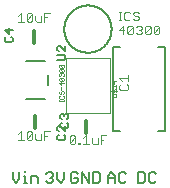
<source format=gto>
G75*
%MOIN*%
%OFA0B0*%
%FSLAX25Y25*%
%IPPOS*%
%LPD*%
%AMOC8*
5,1,8,0,0,1.08239X$1,22.5*
%
%ADD10C,0.00400*%
%ADD11C,0.00600*%
%ADD12C,0.01200*%
%ADD13C,0.00300*%
%ADD14C,0.00800*%
%ADD15C,0.00394*%
%ADD16C,0.00100*%
D10*
X0041903Y0052200D02*
X0041903Y0055002D01*
X0040502Y0053601D01*
X0042370Y0053601D01*
X0043449Y0052667D02*
X0045317Y0054535D01*
X0045317Y0052667D01*
X0044850Y0052200D01*
X0043916Y0052200D01*
X0043449Y0052667D01*
X0043449Y0054535D01*
X0043916Y0055002D01*
X0044850Y0055002D01*
X0045317Y0054535D01*
X0046395Y0054535D02*
X0046862Y0055002D01*
X0047796Y0055002D01*
X0048263Y0054535D01*
X0048263Y0054068D01*
X0047796Y0053601D01*
X0048263Y0053134D01*
X0048263Y0052667D01*
X0047796Y0052200D01*
X0046862Y0052200D01*
X0046395Y0052667D01*
X0047329Y0053601D02*
X0047796Y0053601D01*
X0049342Y0052667D02*
X0051210Y0054535D01*
X0051210Y0052667D01*
X0050743Y0052200D01*
X0049809Y0052200D01*
X0049342Y0052667D01*
X0049342Y0054535D01*
X0049809Y0055002D01*
X0050743Y0055002D01*
X0051210Y0054535D01*
X0052288Y0054535D02*
X0052288Y0052667D01*
X0054156Y0054535D01*
X0054156Y0052667D01*
X0053689Y0052200D01*
X0052755Y0052200D01*
X0052288Y0052667D01*
X0052288Y0054535D02*
X0052755Y0055002D01*
X0053689Y0055002D01*
X0054156Y0054535D01*
X0047281Y0057467D02*
X0046814Y0057000D01*
X0045880Y0057000D01*
X0045413Y0057467D01*
X0045880Y0058401D02*
X0046814Y0058401D01*
X0047281Y0057934D01*
X0047281Y0057467D01*
X0047281Y0059335D02*
X0046814Y0059802D01*
X0045880Y0059802D01*
X0045413Y0059335D01*
X0045413Y0058868D01*
X0045880Y0058401D01*
X0044335Y0057467D02*
X0043868Y0057000D01*
X0042933Y0057000D01*
X0042466Y0057467D01*
X0042466Y0059335D01*
X0042933Y0059802D01*
X0043868Y0059802D01*
X0044335Y0059335D01*
X0041436Y0059802D02*
X0040502Y0059802D01*
X0040969Y0059802D02*
X0040969Y0057000D01*
X0040502Y0057000D02*
X0041436Y0057000D01*
D11*
X0005191Y0003934D02*
X0006325Y0002800D01*
X0007460Y0003934D01*
X0007460Y0006203D01*
X0008874Y0005069D02*
X0009441Y0005069D01*
X0009441Y0002800D01*
X0008874Y0002800D02*
X0010009Y0002800D01*
X0011330Y0002800D02*
X0011330Y0005069D01*
X0013031Y0005069D01*
X0013598Y0004501D01*
X0013598Y0002800D01*
X0016419Y0003367D02*
X0016986Y0002800D01*
X0018120Y0002800D01*
X0018687Y0003367D01*
X0018687Y0003934D01*
X0018120Y0004501D01*
X0017553Y0004501D01*
X0018120Y0004501D02*
X0018687Y0005069D01*
X0018687Y0005636D01*
X0018120Y0006203D01*
X0016986Y0006203D01*
X0016419Y0005636D01*
X0020102Y0006203D02*
X0020102Y0003934D01*
X0021236Y0002800D01*
X0022371Y0003934D01*
X0022371Y0006203D01*
X0024577Y0005636D02*
X0024577Y0003367D01*
X0025144Y0002800D01*
X0026279Y0002800D01*
X0026846Y0003367D01*
X0026846Y0004501D01*
X0025712Y0004501D01*
X0026846Y0005636D02*
X0026279Y0006203D01*
X0025144Y0006203D01*
X0024577Y0005636D01*
X0028260Y0006203D02*
X0028260Y0002800D01*
X0030529Y0002800D02*
X0030529Y0006203D01*
X0031944Y0006203D02*
X0033645Y0006203D01*
X0034212Y0005636D01*
X0034212Y0003367D01*
X0033645Y0002800D01*
X0031944Y0002800D01*
X0031944Y0006203D01*
X0028260Y0006203D02*
X0030529Y0002800D01*
X0036919Y0002800D02*
X0036919Y0005069D01*
X0038053Y0006203D01*
X0039187Y0005069D01*
X0039187Y0002800D01*
X0040602Y0003367D02*
X0041169Y0002800D01*
X0042303Y0002800D01*
X0042871Y0003367D01*
X0042871Y0005636D02*
X0042303Y0006203D01*
X0041169Y0006203D01*
X0040602Y0005636D01*
X0040602Y0003367D01*
X0039187Y0004501D02*
X0036919Y0004501D01*
X0046919Y0002800D02*
X0048620Y0002800D01*
X0049187Y0003367D01*
X0049187Y0005636D01*
X0048620Y0006203D01*
X0046919Y0006203D01*
X0046919Y0002800D01*
X0050602Y0003367D02*
X0051169Y0002800D01*
X0052303Y0002800D01*
X0052871Y0003367D01*
X0052871Y0005636D02*
X0052303Y0006203D01*
X0051169Y0006203D01*
X0050602Y0005636D01*
X0050602Y0003367D01*
X0023752Y0021484D02*
X0023752Y0022351D01*
X0023318Y0022785D01*
X0022752Y0021731D02*
X0022752Y0019997D01*
X0021017Y0021731D01*
X0020583Y0021731D01*
X0020150Y0021298D01*
X0020150Y0020430D01*
X0020583Y0019997D01*
X0020583Y0018785D02*
X0020150Y0018351D01*
X0020150Y0017484D01*
X0020583Y0017050D01*
X0022318Y0017050D01*
X0022752Y0017484D01*
X0022752Y0018351D01*
X0022318Y0018785D01*
X0021583Y0021050D02*
X0021150Y0021484D01*
X0021150Y0022351D01*
X0021583Y0022785D01*
X0021583Y0023997D02*
X0021150Y0024430D01*
X0021150Y0025298D01*
X0021583Y0025731D01*
X0022017Y0025731D01*
X0022451Y0025298D01*
X0022885Y0025731D01*
X0023318Y0025731D01*
X0023752Y0025298D01*
X0023752Y0024430D01*
X0023318Y0023997D01*
X0022451Y0024864D02*
X0022451Y0025298D01*
X0023752Y0021484D02*
X0023318Y0021050D01*
X0021583Y0021050D01*
X0009441Y0006770D02*
X0009441Y0006203D01*
X0005191Y0006203D02*
X0005191Y0003934D01*
X0020100Y0043620D02*
X0022268Y0043620D01*
X0022702Y0044053D01*
X0022702Y0044921D01*
X0022268Y0045354D01*
X0020100Y0045354D01*
X0020533Y0046566D02*
X0020100Y0047000D01*
X0020100Y0047867D01*
X0020533Y0048301D01*
X0020967Y0048301D01*
X0022702Y0046566D01*
X0022702Y0048301D01*
X0005252Y0049984D02*
X0005252Y0050851D01*
X0004818Y0051285D01*
X0005252Y0049984D02*
X0004818Y0049550D01*
X0003083Y0049550D01*
X0002650Y0049984D01*
X0002650Y0050851D01*
X0003083Y0051285D01*
X0003951Y0052497D02*
X0003951Y0054231D01*
X0005252Y0053798D02*
X0002650Y0053798D01*
X0003951Y0052497D01*
D12*
X0012302Y0053500D02*
X0012302Y0049500D01*
X0012802Y0025000D02*
X0012802Y0021000D01*
X0029802Y0019500D02*
X0029802Y0023500D01*
D13*
X0029589Y0018552D02*
X0029589Y0015650D01*
X0028622Y0015650D02*
X0030557Y0015650D01*
X0031568Y0016134D02*
X0032052Y0015650D01*
X0033503Y0015650D01*
X0033503Y0017585D01*
X0034515Y0017101D02*
X0035482Y0017101D01*
X0034515Y0015650D02*
X0034515Y0018552D01*
X0036450Y0018552D01*
X0031568Y0017585D02*
X0031568Y0016134D01*
X0029589Y0018552D02*
X0028622Y0017585D01*
X0027632Y0016134D02*
X0027149Y0016134D01*
X0027149Y0015650D01*
X0027632Y0015650D01*
X0027632Y0016134D01*
X0026137Y0016134D02*
X0026137Y0018069D01*
X0024202Y0016134D01*
X0024686Y0015650D01*
X0025653Y0015650D01*
X0026137Y0016134D01*
X0026137Y0018069D02*
X0025653Y0018552D01*
X0024686Y0018552D01*
X0024202Y0018069D01*
X0024202Y0016134D01*
X0017690Y0019852D02*
X0015755Y0019852D01*
X0015755Y0016950D01*
X0014744Y0016950D02*
X0014744Y0018885D01*
X0015755Y0018401D02*
X0016723Y0018401D01*
X0014744Y0016950D02*
X0013293Y0016950D01*
X0012809Y0017434D01*
X0012809Y0018885D01*
X0011797Y0019369D02*
X0009862Y0017434D01*
X0010346Y0016950D01*
X0011314Y0016950D01*
X0011797Y0017434D01*
X0011797Y0019369D01*
X0011314Y0019852D01*
X0010346Y0019852D01*
X0009862Y0019369D01*
X0009862Y0017434D01*
X0008851Y0016950D02*
X0006916Y0016950D01*
X0007883Y0016950D02*
X0007883Y0019852D01*
X0006916Y0018885D01*
X0006916Y0056450D02*
X0008851Y0056450D01*
X0009862Y0056934D02*
X0011797Y0058869D01*
X0011797Y0056934D01*
X0011314Y0056450D01*
X0010346Y0056450D01*
X0009862Y0056934D01*
X0009862Y0058869D01*
X0010346Y0059352D01*
X0011314Y0059352D01*
X0011797Y0058869D01*
X0012809Y0058385D02*
X0012809Y0056934D01*
X0013293Y0056450D01*
X0014744Y0056450D01*
X0014744Y0058385D01*
X0015755Y0057901D02*
X0016723Y0057901D01*
X0015755Y0056450D02*
X0015755Y0059352D01*
X0017690Y0059352D01*
X0007883Y0059352D02*
X0007883Y0056450D01*
X0006916Y0058385D02*
X0007883Y0059352D01*
X0040750Y0037564D02*
X0043652Y0037564D01*
X0043652Y0036597D02*
X0043652Y0038531D01*
X0041717Y0036597D02*
X0040750Y0037564D01*
X0041233Y0035585D02*
X0040750Y0035101D01*
X0040750Y0034134D01*
X0041233Y0033650D01*
X0043168Y0033650D01*
X0043652Y0034134D01*
X0043652Y0035101D01*
X0043168Y0035585D01*
D14*
X0040944Y0048142D02*
X0038660Y0048142D01*
X0038660Y0019898D01*
X0040944Y0019898D01*
X0053660Y0019898D02*
X0055944Y0019898D01*
X0055944Y0048142D01*
X0053660Y0048142D01*
X0022428Y0054000D02*
X0022430Y0054193D01*
X0022437Y0054386D01*
X0022449Y0054579D01*
X0022466Y0054772D01*
X0022487Y0054964D01*
X0022513Y0055155D01*
X0022544Y0055346D01*
X0022579Y0055536D01*
X0022619Y0055725D01*
X0022664Y0055913D01*
X0022713Y0056100D01*
X0022767Y0056286D01*
X0022825Y0056470D01*
X0022888Y0056653D01*
X0022956Y0056834D01*
X0023027Y0057013D01*
X0023104Y0057191D01*
X0023184Y0057367D01*
X0023269Y0057540D01*
X0023358Y0057712D01*
X0023451Y0057881D01*
X0023548Y0058048D01*
X0023650Y0058213D01*
X0023755Y0058375D01*
X0023864Y0058534D01*
X0023978Y0058691D01*
X0024095Y0058844D01*
X0024215Y0058995D01*
X0024340Y0059143D01*
X0024468Y0059288D01*
X0024599Y0059429D01*
X0024734Y0059568D01*
X0024873Y0059703D01*
X0025014Y0059834D01*
X0025159Y0059962D01*
X0025307Y0060087D01*
X0025458Y0060207D01*
X0025611Y0060324D01*
X0025768Y0060438D01*
X0025927Y0060547D01*
X0026089Y0060652D01*
X0026254Y0060754D01*
X0026421Y0060851D01*
X0026590Y0060944D01*
X0026762Y0061033D01*
X0026935Y0061118D01*
X0027111Y0061198D01*
X0027289Y0061275D01*
X0027468Y0061346D01*
X0027649Y0061414D01*
X0027832Y0061477D01*
X0028016Y0061535D01*
X0028202Y0061589D01*
X0028389Y0061638D01*
X0028577Y0061683D01*
X0028766Y0061723D01*
X0028956Y0061758D01*
X0029147Y0061789D01*
X0029338Y0061815D01*
X0029530Y0061836D01*
X0029723Y0061853D01*
X0029916Y0061865D01*
X0030109Y0061872D01*
X0030302Y0061874D01*
X0030495Y0061872D01*
X0030688Y0061865D01*
X0030881Y0061853D01*
X0031074Y0061836D01*
X0031266Y0061815D01*
X0031457Y0061789D01*
X0031648Y0061758D01*
X0031838Y0061723D01*
X0032027Y0061683D01*
X0032215Y0061638D01*
X0032402Y0061589D01*
X0032588Y0061535D01*
X0032772Y0061477D01*
X0032955Y0061414D01*
X0033136Y0061346D01*
X0033315Y0061275D01*
X0033493Y0061198D01*
X0033669Y0061118D01*
X0033842Y0061033D01*
X0034014Y0060944D01*
X0034183Y0060851D01*
X0034350Y0060754D01*
X0034515Y0060652D01*
X0034677Y0060547D01*
X0034836Y0060438D01*
X0034993Y0060324D01*
X0035146Y0060207D01*
X0035297Y0060087D01*
X0035445Y0059962D01*
X0035590Y0059834D01*
X0035731Y0059703D01*
X0035870Y0059568D01*
X0036005Y0059429D01*
X0036136Y0059288D01*
X0036264Y0059143D01*
X0036389Y0058995D01*
X0036509Y0058844D01*
X0036626Y0058691D01*
X0036740Y0058534D01*
X0036849Y0058375D01*
X0036954Y0058213D01*
X0037056Y0058048D01*
X0037153Y0057881D01*
X0037246Y0057712D01*
X0037335Y0057540D01*
X0037420Y0057367D01*
X0037500Y0057191D01*
X0037577Y0057013D01*
X0037648Y0056834D01*
X0037716Y0056653D01*
X0037779Y0056470D01*
X0037837Y0056286D01*
X0037891Y0056100D01*
X0037940Y0055913D01*
X0037985Y0055725D01*
X0038025Y0055536D01*
X0038060Y0055346D01*
X0038091Y0055155D01*
X0038117Y0054964D01*
X0038138Y0054772D01*
X0038155Y0054579D01*
X0038167Y0054386D01*
X0038174Y0054193D01*
X0038176Y0054000D01*
X0038174Y0053807D01*
X0038167Y0053614D01*
X0038155Y0053421D01*
X0038138Y0053228D01*
X0038117Y0053036D01*
X0038091Y0052845D01*
X0038060Y0052654D01*
X0038025Y0052464D01*
X0037985Y0052275D01*
X0037940Y0052087D01*
X0037891Y0051900D01*
X0037837Y0051714D01*
X0037779Y0051530D01*
X0037716Y0051347D01*
X0037648Y0051166D01*
X0037577Y0050987D01*
X0037500Y0050809D01*
X0037420Y0050633D01*
X0037335Y0050460D01*
X0037246Y0050288D01*
X0037153Y0050119D01*
X0037056Y0049952D01*
X0036954Y0049787D01*
X0036849Y0049625D01*
X0036740Y0049466D01*
X0036626Y0049309D01*
X0036509Y0049156D01*
X0036389Y0049005D01*
X0036264Y0048857D01*
X0036136Y0048712D01*
X0036005Y0048571D01*
X0035870Y0048432D01*
X0035731Y0048297D01*
X0035590Y0048166D01*
X0035445Y0048038D01*
X0035297Y0047913D01*
X0035146Y0047793D01*
X0034993Y0047676D01*
X0034836Y0047562D01*
X0034677Y0047453D01*
X0034515Y0047348D01*
X0034350Y0047246D01*
X0034183Y0047149D01*
X0034014Y0047056D01*
X0033842Y0046967D01*
X0033669Y0046882D01*
X0033493Y0046802D01*
X0033315Y0046725D01*
X0033136Y0046654D01*
X0032955Y0046586D01*
X0032772Y0046523D01*
X0032588Y0046465D01*
X0032402Y0046411D01*
X0032215Y0046362D01*
X0032027Y0046317D01*
X0031838Y0046277D01*
X0031648Y0046242D01*
X0031457Y0046211D01*
X0031266Y0046185D01*
X0031074Y0046164D01*
X0030881Y0046147D01*
X0030688Y0046135D01*
X0030495Y0046128D01*
X0030302Y0046126D01*
X0030109Y0046128D01*
X0029916Y0046135D01*
X0029723Y0046147D01*
X0029530Y0046164D01*
X0029338Y0046185D01*
X0029147Y0046211D01*
X0028956Y0046242D01*
X0028766Y0046277D01*
X0028577Y0046317D01*
X0028389Y0046362D01*
X0028202Y0046411D01*
X0028016Y0046465D01*
X0027832Y0046523D01*
X0027649Y0046586D01*
X0027468Y0046654D01*
X0027289Y0046725D01*
X0027111Y0046802D01*
X0026935Y0046882D01*
X0026762Y0046967D01*
X0026590Y0047056D01*
X0026421Y0047149D01*
X0026254Y0047246D01*
X0026089Y0047348D01*
X0025927Y0047453D01*
X0025768Y0047562D01*
X0025611Y0047676D01*
X0025458Y0047793D01*
X0025307Y0047913D01*
X0025159Y0048038D01*
X0025014Y0048166D01*
X0024873Y0048297D01*
X0024734Y0048432D01*
X0024599Y0048571D01*
X0024468Y0048712D01*
X0024340Y0048857D01*
X0024215Y0049005D01*
X0024095Y0049156D01*
X0023978Y0049309D01*
X0023864Y0049466D01*
X0023755Y0049625D01*
X0023650Y0049787D01*
X0023548Y0049952D01*
X0023451Y0050119D01*
X0023358Y0050288D01*
X0023269Y0050460D01*
X0023184Y0050633D01*
X0023104Y0050809D01*
X0023027Y0050987D01*
X0022956Y0051166D01*
X0022888Y0051347D01*
X0022825Y0051530D01*
X0022767Y0051714D01*
X0022713Y0051900D01*
X0022664Y0052087D01*
X0022619Y0052275D01*
X0022579Y0052464D01*
X0022544Y0052654D01*
X0022513Y0052845D01*
X0022487Y0053036D01*
X0022466Y0053228D01*
X0022449Y0053421D01*
X0022437Y0053614D01*
X0022430Y0053807D01*
X0022428Y0054000D01*
X0015952Y0043496D02*
X0009652Y0043496D01*
X0016936Y0038575D02*
X0016936Y0035425D01*
X0015952Y0030504D02*
X0009652Y0030504D01*
D15*
X0022900Y0026008D02*
X0037704Y0026008D01*
X0037704Y0044315D01*
X0022900Y0044315D01*
X0022900Y0026008D01*
D16*
X0022181Y0029837D02*
X0022181Y0030338D01*
X0022181Y0030088D02*
X0020680Y0030088D01*
X0020680Y0030338D02*
X0020680Y0029837D01*
X0020930Y0030820D02*
X0021931Y0030820D01*
X0022181Y0031070D01*
X0022181Y0031570D01*
X0021931Y0031820D01*
X0021931Y0032293D02*
X0022181Y0032543D01*
X0022181Y0033043D01*
X0021931Y0033294D01*
X0021681Y0033294D01*
X0021430Y0033043D01*
X0021430Y0032543D01*
X0021180Y0032293D01*
X0020930Y0032293D01*
X0020680Y0032543D01*
X0020680Y0033043D01*
X0020930Y0033294D01*
X0021430Y0033766D02*
X0021430Y0034767D01*
X0021430Y0035239D02*
X0021430Y0036240D01*
X0020930Y0036713D02*
X0020680Y0036963D01*
X0020680Y0037463D01*
X0020930Y0037713D01*
X0021931Y0036713D01*
X0022181Y0036963D01*
X0022181Y0037463D01*
X0021931Y0037713D01*
X0020930Y0037713D01*
X0020930Y0038186D02*
X0020680Y0038436D01*
X0020680Y0038936D01*
X0020930Y0039187D01*
X0021180Y0039187D01*
X0021430Y0038936D01*
X0021681Y0039187D01*
X0021931Y0039187D01*
X0022181Y0038936D01*
X0022181Y0038436D01*
X0021931Y0038186D01*
X0021430Y0038686D02*
X0021430Y0038936D01*
X0020930Y0039659D02*
X0020680Y0039909D01*
X0020680Y0040410D01*
X0020930Y0040660D01*
X0021931Y0039659D01*
X0022181Y0039909D01*
X0022181Y0040410D01*
X0021931Y0040660D01*
X0020930Y0040660D01*
X0020930Y0041132D02*
X0020680Y0041383D01*
X0020680Y0041883D01*
X0020930Y0042133D01*
X0021931Y0041132D01*
X0022181Y0041383D01*
X0022181Y0041883D01*
X0021931Y0042133D01*
X0020930Y0042133D01*
X0020930Y0041132D02*
X0021931Y0041132D01*
X0021931Y0039659D02*
X0020930Y0039659D01*
X0020930Y0036713D02*
X0021931Y0036713D01*
X0022181Y0035990D02*
X0020680Y0035990D01*
X0021430Y0035239D01*
X0020930Y0031820D02*
X0020680Y0031570D01*
X0020680Y0031070D01*
X0020930Y0030820D01*
X0038067Y0033386D02*
X0040069Y0033386D01*
X0039819Y0033636D02*
X0039569Y0033886D01*
X0039319Y0033886D01*
X0039068Y0033636D01*
X0039068Y0033136D01*
X0038818Y0032885D01*
X0038568Y0032885D01*
X0038318Y0033136D01*
X0038318Y0033636D01*
X0038568Y0033886D01*
X0038818Y0034359D02*
X0038318Y0034859D01*
X0039819Y0034859D01*
X0039819Y0034359D02*
X0039819Y0035360D01*
X0039068Y0035832D02*
X0039068Y0036833D01*
X0038318Y0036583D02*
X0039068Y0035832D01*
X0038318Y0036583D02*
X0039819Y0036583D01*
X0039819Y0033636D02*
X0039819Y0033136D01*
X0039569Y0032885D01*
X0039569Y0032413D02*
X0038318Y0032413D01*
X0038318Y0031412D02*
X0039569Y0031412D01*
X0039819Y0031662D01*
X0039819Y0032163D01*
X0039569Y0032413D01*
M02*

</source>
